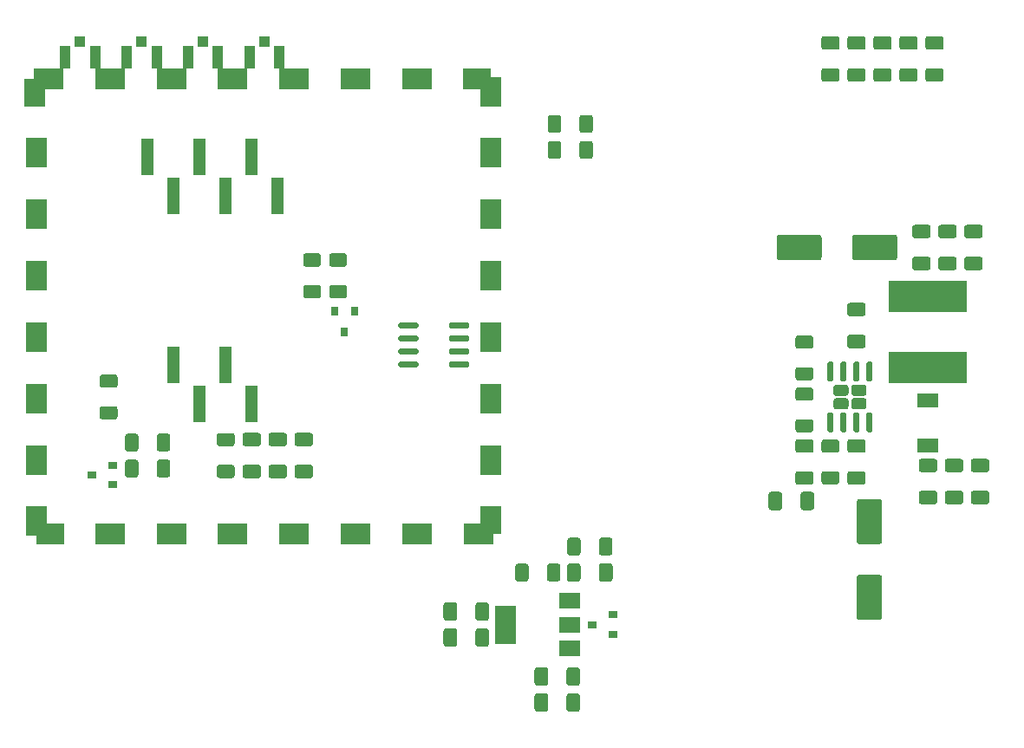
<source format=gbr>
%TF.GenerationSoftware,KiCad,Pcbnew,5.1.8*%
%TF.CreationDate,2020-12-20T23:42:19+01:00*%
%TF.ProjectId,pcb_module_hx711,7063625f-6d6f-4647-956c-655f68783731,rev?*%
%TF.SameCoordinates,Original*%
%TF.FileFunction,Paste,Bot*%
%TF.FilePolarity,Positive*%
%FSLAX46Y46*%
G04 Gerber Fmt 4.6, Leading zero omitted, Abs format (unit mm)*
G04 Created by KiCad (PCBNEW 5.1.8) date 2020-12-20 23:42:19*
%MOMM*%
%LPD*%
G01*
G04 APERTURE LIST*
%ADD10R,7.700000X3.100000*%
%ADD11R,2.100000X1.400000*%
%ADD12R,3.000000X2.000000*%
%ADD13R,2.690000X2.000000*%
%ADD14R,2.000000X3.000000*%
%ADD15R,2.000000X2.690000*%
%ADD16R,1.300000X3.600000*%
%ADD17R,0.900000X0.800000*%
%ADD18R,1.050000X2.200000*%
%ADD19R,1.000000X1.050000*%
%ADD20R,0.800000X0.900000*%
%ADD21R,2.000000X3.800000*%
%ADD22R,2.000000X1.500000*%
G04 APERTURE END LIST*
%TO.C,C30*%
G36*
G01*
X126273841Y-133450209D02*
X128273841Y-133450209D01*
G75*
G02*
X128523841Y-133700209I0J-250000D01*
G01*
X128523841Y-137600209D01*
G75*
G02*
X128273841Y-137850209I-250000J0D01*
G01*
X126273841Y-137850209D01*
G75*
G02*
X126023841Y-137600209I0J250000D01*
G01*
X126023841Y-133700209D01*
G75*
G02*
X126273841Y-133450209I250000J0D01*
G01*
G37*
G36*
G01*
X126273841Y-126050209D02*
X128273841Y-126050209D01*
G75*
G02*
X128523841Y-126300209I0J-250000D01*
G01*
X128523841Y-130200209D01*
G75*
G02*
X128273841Y-130450209I-250000J0D01*
G01*
X126273841Y-130450209D01*
G75*
G02*
X126023841Y-130200209I0J250000D01*
G01*
X126023841Y-126300209D01*
G75*
G02*
X126273841Y-126050209I250000J0D01*
G01*
G37*
%TD*%
%TO.C,C29*%
G36*
G01*
X122598841Y-100470209D02*
X122598841Y-102470209D01*
G75*
G02*
X122348841Y-102720209I-250000J0D01*
G01*
X118448841Y-102720209D01*
G75*
G02*
X118198841Y-102470209I0J250000D01*
G01*
X118198841Y-100470209D01*
G75*
G02*
X118448841Y-100220209I250000J0D01*
G01*
X122348841Y-100220209D01*
G75*
G02*
X122598841Y-100470209I0J-250000D01*
G01*
G37*
G36*
G01*
X129998841Y-100470209D02*
X129998841Y-102470209D01*
G75*
G02*
X129748841Y-102720209I-250000J0D01*
G01*
X125848841Y-102720209D01*
G75*
G02*
X125598841Y-102470209I0J250000D01*
G01*
X125598841Y-100470209D01*
G75*
G02*
X125848841Y-100220209I250000J0D01*
G01*
X129748841Y-100220209D01*
G75*
G02*
X129998841Y-100470209I0J-250000D01*
G01*
G37*
%TD*%
%TO.C,U4*%
G36*
G01*
X124978841Y-115970209D02*
X124008841Y-115970209D01*
G75*
G02*
X123758841Y-115720209I0J250000D01*
G01*
X123758841Y-115120209D01*
G75*
G02*
X124008841Y-114870209I250000J0D01*
G01*
X124978841Y-114870209D01*
G75*
G02*
X125228841Y-115120209I0J-250000D01*
G01*
X125228841Y-115720209D01*
G75*
G02*
X124978841Y-115970209I-250000J0D01*
G01*
G37*
G36*
G01*
X126728841Y-115970209D02*
X125758841Y-115970209D01*
G75*
G02*
X125508841Y-115720209I0J250000D01*
G01*
X125508841Y-115120209D01*
G75*
G02*
X125758841Y-114870209I250000J0D01*
G01*
X126728841Y-114870209D01*
G75*
G02*
X126978841Y-115120209I0J-250000D01*
G01*
X126978841Y-115720209D01*
G75*
G02*
X126728841Y-115970209I-250000J0D01*
G01*
G37*
G36*
G01*
X124978841Y-117280209D02*
X124008841Y-117280209D01*
G75*
G02*
X123758841Y-117030209I0J250000D01*
G01*
X123758841Y-116430209D01*
G75*
G02*
X124008841Y-116180209I250000J0D01*
G01*
X124978841Y-116180209D01*
G75*
G02*
X125228841Y-116430209I0J-250000D01*
G01*
X125228841Y-117030209D01*
G75*
G02*
X124978841Y-117280209I-250000J0D01*
G01*
G37*
G36*
G01*
X126728841Y-117280209D02*
X125758841Y-117280209D01*
G75*
G02*
X125508841Y-117030209I0J250000D01*
G01*
X125508841Y-116430209D01*
G75*
G02*
X125758841Y-116180209I250000J0D01*
G01*
X126728841Y-116180209D01*
G75*
G02*
X126978841Y-116430209I0J-250000D01*
G01*
X126978841Y-117030209D01*
G75*
G02*
X126728841Y-117280209I-250000J0D01*
G01*
G37*
G36*
G01*
X127423841Y-114565209D02*
X127123841Y-114565209D01*
G75*
G02*
X126973841Y-114415209I0J150000D01*
G01*
X126973841Y-112775209D01*
G75*
G02*
X127123841Y-112625209I150000J0D01*
G01*
X127423841Y-112625209D01*
G75*
G02*
X127573841Y-112775209I0J-150000D01*
G01*
X127573841Y-114415209D01*
G75*
G02*
X127423841Y-114565209I-150000J0D01*
G01*
G37*
G36*
G01*
X126153841Y-114565209D02*
X125853841Y-114565209D01*
G75*
G02*
X125703841Y-114415209I0J150000D01*
G01*
X125703841Y-112775209D01*
G75*
G02*
X125853841Y-112625209I150000J0D01*
G01*
X126153841Y-112625209D01*
G75*
G02*
X126303841Y-112775209I0J-150000D01*
G01*
X126303841Y-114415209D01*
G75*
G02*
X126153841Y-114565209I-150000J0D01*
G01*
G37*
G36*
G01*
X124883841Y-114565209D02*
X124583841Y-114565209D01*
G75*
G02*
X124433841Y-114415209I0J150000D01*
G01*
X124433841Y-112775209D01*
G75*
G02*
X124583841Y-112625209I150000J0D01*
G01*
X124883841Y-112625209D01*
G75*
G02*
X125033841Y-112775209I0J-150000D01*
G01*
X125033841Y-114415209D01*
G75*
G02*
X124883841Y-114565209I-150000J0D01*
G01*
G37*
G36*
G01*
X123613841Y-114565209D02*
X123313841Y-114565209D01*
G75*
G02*
X123163841Y-114415209I0J150000D01*
G01*
X123163841Y-112775209D01*
G75*
G02*
X123313841Y-112625209I150000J0D01*
G01*
X123613841Y-112625209D01*
G75*
G02*
X123763841Y-112775209I0J-150000D01*
G01*
X123763841Y-114415209D01*
G75*
G02*
X123613841Y-114565209I-150000J0D01*
G01*
G37*
G36*
G01*
X123613841Y-119525209D02*
X123313841Y-119525209D01*
G75*
G02*
X123163841Y-119375209I0J150000D01*
G01*
X123163841Y-117735209D01*
G75*
G02*
X123313841Y-117585209I150000J0D01*
G01*
X123613841Y-117585209D01*
G75*
G02*
X123763841Y-117735209I0J-150000D01*
G01*
X123763841Y-119375209D01*
G75*
G02*
X123613841Y-119525209I-150000J0D01*
G01*
G37*
G36*
G01*
X124883841Y-119525209D02*
X124583841Y-119525209D01*
G75*
G02*
X124433841Y-119375209I0J150000D01*
G01*
X124433841Y-117735209D01*
G75*
G02*
X124583841Y-117585209I150000J0D01*
G01*
X124883841Y-117585209D01*
G75*
G02*
X125033841Y-117735209I0J-150000D01*
G01*
X125033841Y-119375209D01*
G75*
G02*
X124883841Y-119525209I-150000J0D01*
G01*
G37*
G36*
G01*
X126153841Y-119525209D02*
X125853841Y-119525209D01*
G75*
G02*
X125703841Y-119375209I0J150000D01*
G01*
X125703841Y-117735209D01*
G75*
G02*
X125853841Y-117585209I150000J0D01*
G01*
X126153841Y-117585209D01*
G75*
G02*
X126303841Y-117735209I0J-150000D01*
G01*
X126303841Y-119375209D01*
G75*
G02*
X126153841Y-119525209I-150000J0D01*
G01*
G37*
G36*
G01*
X127423841Y-119525209D02*
X127123841Y-119525209D01*
G75*
G02*
X126973841Y-119375209I0J150000D01*
G01*
X126973841Y-117735209D01*
G75*
G02*
X127123841Y-117585209I150000J0D01*
G01*
X127423841Y-117585209D01*
G75*
G02*
X127573841Y-117735209I0J-150000D01*
G01*
X127573841Y-119375209D01*
G75*
G02*
X127423841Y-119525209I-150000J0D01*
G01*
G37*
%TD*%
D10*
%TO.C,L1*%
X132988841Y-113175209D03*
X132988841Y-106275209D03*
%TD*%
%TO.C,C1*%
G36*
G01*
X132973840Y-83955209D02*
X134273842Y-83955209D01*
G75*
G02*
X134523841Y-84205208I0J-249999D01*
G01*
X134523841Y-85030210D01*
G75*
G02*
X134273842Y-85280209I-249999J0D01*
G01*
X132973840Y-85280209D01*
G75*
G02*
X132723841Y-85030210I0J249999D01*
G01*
X132723841Y-84205208D01*
G75*
G02*
X132973840Y-83955209I249999J0D01*
G01*
G37*
G36*
G01*
X132973840Y-80830209D02*
X134273842Y-80830209D01*
G75*
G02*
X134523841Y-81080208I0J-249999D01*
G01*
X134523841Y-81905210D01*
G75*
G02*
X134273842Y-82155209I-249999J0D01*
G01*
X132973840Y-82155209D01*
G75*
G02*
X132723841Y-81905210I0J249999D01*
G01*
X132723841Y-81080208D01*
G75*
G02*
X132973840Y-80830209I249999J0D01*
G01*
G37*
%TD*%
%TO.C,R10*%
G36*
G01*
X121548841Y-111365209D02*
X120298841Y-111365209D01*
G75*
G02*
X120048841Y-111115209I0J250000D01*
G01*
X120048841Y-110315209D01*
G75*
G02*
X120298841Y-110065209I250000J0D01*
G01*
X121548841Y-110065209D01*
G75*
G02*
X121798841Y-110315209I0J-250000D01*
G01*
X121798841Y-111115209D01*
G75*
G02*
X121548841Y-111365209I-250000J0D01*
G01*
G37*
G36*
G01*
X121548841Y-114465209D02*
X120298841Y-114465209D01*
G75*
G02*
X120048841Y-114215209I0J250000D01*
G01*
X120048841Y-113415209D01*
G75*
G02*
X120298841Y-113165209I250000J0D01*
G01*
X121548841Y-113165209D01*
G75*
G02*
X121798841Y-113415209I0J-250000D01*
G01*
X121798841Y-114215209D01*
G75*
G02*
X121548841Y-114465209I-250000J0D01*
G01*
G37*
%TD*%
%TO.C,R9*%
G36*
G01*
X121548841Y-116445209D02*
X120298841Y-116445209D01*
G75*
G02*
X120048841Y-116195209I0J250000D01*
G01*
X120048841Y-115395209D01*
G75*
G02*
X120298841Y-115145209I250000J0D01*
G01*
X121548841Y-115145209D01*
G75*
G02*
X121798841Y-115395209I0J-250000D01*
G01*
X121798841Y-116195209D01*
G75*
G02*
X121548841Y-116445209I-250000J0D01*
G01*
G37*
G36*
G01*
X121548841Y-119545209D02*
X120298841Y-119545209D01*
G75*
G02*
X120048841Y-119295209I0J250000D01*
G01*
X120048841Y-118495209D01*
G75*
G02*
X120298841Y-118245209I250000J0D01*
G01*
X121548841Y-118245209D01*
G75*
G02*
X121798841Y-118495209I0J-250000D01*
G01*
X121798841Y-119295209D01*
G75*
G02*
X121548841Y-119545209I-250000J0D01*
G01*
G37*
%TD*%
%TO.C,R1*%
G36*
G01*
X122838841Y-123325209D02*
X124088841Y-123325209D01*
G75*
G02*
X124338841Y-123575209I0J-250000D01*
G01*
X124338841Y-124375209D01*
G75*
G02*
X124088841Y-124625209I-250000J0D01*
G01*
X122838841Y-124625209D01*
G75*
G02*
X122588841Y-124375209I0J250000D01*
G01*
X122588841Y-123575209D01*
G75*
G02*
X122838841Y-123325209I250000J0D01*
G01*
G37*
G36*
G01*
X122838841Y-120225209D02*
X124088841Y-120225209D01*
G75*
G02*
X124338841Y-120475209I0J-250000D01*
G01*
X124338841Y-121275209D01*
G75*
G02*
X124088841Y-121525209I-250000J0D01*
G01*
X122838841Y-121525209D01*
G75*
G02*
X122588841Y-121275209I0J250000D01*
G01*
X122588841Y-120475209D01*
G75*
G02*
X122838841Y-120225209I250000J0D01*
G01*
G37*
%TD*%
D11*
%TO.C,D1*%
X132988841Y-116415209D03*
X132988841Y-120815209D03*
%TD*%
%TO.C,C25*%
G36*
G01*
X137418840Y-125230209D02*
X138718842Y-125230209D01*
G75*
G02*
X138968841Y-125480208I0J-249999D01*
G01*
X138968841Y-126305210D01*
G75*
G02*
X138718842Y-126555209I-249999J0D01*
G01*
X137418840Y-126555209D01*
G75*
G02*
X137168841Y-126305210I0J249999D01*
G01*
X137168841Y-125480208D01*
G75*
G02*
X137418840Y-125230209I249999J0D01*
G01*
G37*
G36*
G01*
X137418840Y-122105209D02*
X138718842Y-122105209D01*
G75*
G02*
X138968841Y-122355208I0J-249999D01*
G01*
X138968841Y-123180210D01*
G75*
G02*
X138718842Y-123430209I-249999J0D01*
G01*
X137418840Y-123430209D01*
G75*
G02*
X137168841Y-123180210I0J249999D01*
G01*
X137168841Y-122355208D01*
G75*
G02*
X137418840Y-122105209I249999J0D01*
G01*
G37*
%TD*%
%TO.C,C23*%
G36*
G01*
X132338840Y-125230209D02*
X133638842Y-125230209D01*
G75*
G02*
X133888841Y-125480208I0J-249999D01*
G01*
X133888841Y-126305210D01*
G75*
G02*
X133638842Y-126555209I-249999J0D01*
G01*
X132338840Y-126555209D01*
G75*
G02*
X132088841Y-126305210I0J249999D01*
G01*
X132088841Y-125480208D01*
G75*
G02*
X132338840Y-125230209I249999J0D01*
G01*
G37*
G36*
G01*
X132338840Y-122105209D02*
X133638842Y-122105209D01*
G75*
G02*
X133888841Y-122355208I0J-249999D01*
G01*
X133888841Y-123180210D01*
G75*
G02*
X133638842Y-123430209I-249999J0D01*
G01*
X132338840Y-123430209D01*
G75*
G02*
X132088841Y-123180210I0J249999D01*
G01*
X132088841Y-122355208D01*
G75*
G02*
X132338840Y-122105209I249999J0D01*
G01*
G37*
%TD*%
%TO.C,C21*%
G36*
G01*
X134878840Y-125230209D02*
X136178842Y-125230209D01*
G75*
G02*
X136428841Y-125480208I0J-249999D01*
G01*
X136428841Y-126305210D01*
G75*
G02*
X136178842Y-126555209I-249999J0D01*
G01*
X134878840Y-126555209D01*
G75*
G02*
X134628841Y-126305210I0J249999D01*
G01*
X134628841Y-125480208D01*
G75*
G02*
X134878840Y-125230209I249999J0D01*
G01*
G37*
G36*
G01*
X134878840Y-122105209D02*
X136178842Y-122105209D01*
G75*
G02*
X136428841Y-122355208I0J-249999D01*
G01*
X136428841Y-123180210D01*
G75*
G02*
X136178842Y-123430209I-249999J0D01*
G01*
X134878840Y-123430209D01*
G75*
G02*
X134628841Y-123180210I0J249999D01*
G01*
X134628841Y-122355208D01*
G75*
G02*
X134878840Y-122105209I249999J0D01*
G01*
G37*
%TD*%
%TO.C,C20*%
G36*
G01*
X126653842Y-108190209D02*
X125353840Y-108190209D01*
G75*
G02*
X125103841Y-107940210I0J249999D01*
G01*
X125103841Y-107115208D01*
G75*
G02*
X125353840Y-106865209I249999J0D01*
G01*
X126653842Y-106865209D01*
G75*
G02*
X126903841Y-107115208I0J-249999D01*
G01*
X126903841Y-107940210D01*
G75*
G02*
X126653842Y-108190209I-249999J0D01*
G01*
G37*
G36*
G01*
X126653842Y-111315209D02*
X125353840Y-111315209D01*
G75*
G02*
X125103841Y-111065210I0J249999D01*
G01*
X125103841Y-110240208D01*
G75*
G02*
X125353840Y-109990209I249999J0D01*
G01*
X126653842Y-109990209D01*
G75*
G02*
X126903841Y-110240208I0J-249999D01*
G01*
X126903841Y-111065210D01*
G75*
G02*
X126653842Y-111315209I-249999J0D01*
G01*
G37*
%TD*%
%TO.C,C17*%
G36*
G01*
X120273840Y-123325209D02*
X121573842Y-123325209D01*
G75*
G02*
X121823841Y-123575208I0J-249999D01*
G01*
X121823841Y-124400210D01*
G75*
G02*
X121573842Y-124650209I-249999J0D01*
G01*
X120273840Y-124650209D01*
G75*
G02*
X120023841Y-124400210I0J249999D01*
G01*
X120023841Y-123575208D01*
G75*
G02*
X120273840Y-123325209I249999J0D01*
G01*
G37*
G36*
G01*
X120273840Y-120200209D02*
X121573842Y-120200209D01*
G75*
G02*
X121823841Y-120450208I0J-249999D01*
G01*
X121823841Y-121275210D01*
G75*
G02*
X121573842Y-121525209I-249999J0D01*
G01*
X120273840Y-121525209D01*
G75*
G02*
X120023841Y-121275210I0J249999D01*
G01*
X120023841Y-120450208D01*
G75*
G02*
X120273840Y-120200209I249999J0D01*
G01*
G37*
%TD*%
%TO.C,C16*%
G36*
G01*
X125353840Y-123325209D02*
X126653842Y-123325209D01*
G75*
G02*
X126903841Y-123575208I0J-249999D01*
G01*
X126903841Y-124400210D01*
G75*
G02*
X126653842Y-124650209I-249999J0D01*
G01*
X125353840Y-124650209D01*
G75*
G02*
X125103841Y-124400210I0J249999D01*
G01*
X125103841Y-123575208D01*
G75*
G02*
X125353840Y-123325209I249999J0D01*
G01*
G37*
G36*
G01*
X125353840Y-120200209D02*
X126653842Y-120200209D01*
G75*
G02*
X126903841Y-120450208I0J-249999D01*
G01*
X126903841Y-121275210D01*
G75*
G02*
X126653842Y-121525209I-249999J0D01*
G01*
X125353840Y-121525209D01*
G75*
G02*
X125103841Y-121275210I0J249999D01*
G01*
X125103841Y-120450208D01*
G75*
G02*
X125353840Y-120200209I249999J0D01*
G01*
G37*
%TD*%
%TO.C,C15*%
G36*
G01*
X138083842Y-100570209D02*
X136783840Y-100570209D01*
G75*
G02*
X136533841Y-100320210I0J249999D01*
G01*
X136533841Y-99495208D01*
G75*
G02*
X136783840Y-99245209I249999J0D01*
G01*
X138083842Y-99245209D01*
G75*
G02*
X138333841Y-99495208I0J-249999D01*
G01*
X138333841Y-100320210D01*
G75*
G02*
X138083842Y-100570209I-249999J0D01*
G01*
G37*
G36*
G01*
X138083842Y-103695209D02*
X136783840Y-103695209D01*
G75*
G02*
X136533841Y-103445210I0J249999D01*
G01*
X136533841Y-102620208D01*
G75*
G02*
X136783840Y-102370209I249999J0D01*
G01*
X138083842Y-102370209D01*
G75*
G02*
X138333841Y-102620208I0J-249999D01*
G01*
X138333841Y-103445210D01*
G75*
G02*
X138083842Y-103695209I-249999J0D01*
G01*
G37*
%TD*%
%TO.C,C13*%
G36*
G01*
X118753841Y-125585208D02*
X118753841Y-126885210D01*
G75*
G02*
X118503842Y-127135209I-249999J0D01*
G01*
X117678840Y-127135209D01*
G75*
G02*
X117428841Y-126885210I0J249999D01*
G01*
X117428841Y-125585208D01*
G75*
G02*
X117678840Y-125335209I249999J0D01*
G01*
X118503842Y-125335209D01*
G75*
G02*
X118753841Y-125585208I0J-249999D01*
G01*
G37*
G36*
G01*
X121878841Y-125585208D02*
X121878841Y-126885210D01*
G75*
G02*
X121628842Y-127135209I-249999J0D01*
G01*
X120803840Y-127135209D01*
G75*
G02*
X120553841Y-126885210I0J249999D01*
G01*
X120553841Y-125585208D01*
G75*
G02*
X120803840Y-125335209I249999J0D01*
G01*
X121628842Y-125335209D01*
G75*
G02*
X121878841Y-125585208I0J-249999D01*
G01*
G37*
%TD*%
%TO.C,C12*%
G36*
G01*
X133003842Y-100570209D02*
X131703840Y-100570209D01*
G75*
G02*
X131453841Y-100320210I0J249999D01*
G01*
X131453841Y-99495208D01*
G75*
G02*
X131703840Y-99245209I249999J0D01*
G01*
X133003842Y-99245209D01*
G75*
G02*
X133253841Y-99495208I0J-249999D01*
G01*
X133253841Y-100320210D01*
G75*
G02*
X133003842Y-100570209I-249999J0D01*
G01*
G37*
G36*
G01*
X133003842Y-103695209D02*
X131703840Y-103695209D01*
G75*
G02*
X131453841Y-103445210I0J249999D01*
G01*
X131453841Y-102620208D01*
G75*
G02*
X131703840Y-102370209I249999J0D01*
G01*
X133003842Y-102370209D01*
G75*
G02*
X133253841Y-102620208I0J-249999D01*
G01*
X133253841Y-103445210D01*
G75*
G02*
X133003842Y-103695209I-249999J0D01*
G01*
G37*
%TD*%
%TO.C,C11*%
G36*
G01*
X135543842Y-100570209D02*
X134243840Y-100570209D01*
G75*
G02*
X133993841Y-100320210I0J249999D01*
G01*
X133993841Y-99495208D01*
G75*
G02*
X134243840Y-99245209I249999J0D01*
G01*
X135543842Y-99245209D01*
G75*
G02*
X135793841Y-99495208I0J-249999D01*
G01*
X135793841Y-100320210D01*
G75*
G02*
X135543842Y-100570209I-249999J0D01*
G01*
G37*
G36*
G01*
X135543842Y-103695209D02*
X134243840Y-103695209D01*
G75*
G02*
X133993841Y-103445210I0J249999D01*
G01*
X133993841Y-102620208D01*
G75*
G02*
X134243840Y-102370209I249999J0D01*
G01*
X135543842Y-102370209D01*
G75*
G02*
X135793841Y-102620208I0J-249999D01*
G01*
X135793841Y-103445210D01*
G75*
G02*
X135543842Y-103695209I-249999J0D01*
G01*
G37*
%TD*%
%TO.C,C5*%
G36*
G01*
X122813840Y-83955209D02*
X124113842Y-83955209D01*
G75*
G02*
X124363841Y-84205208I0J-249999D01*
G01*
X124363841Y-85030210D01*
G75*
G02*
X124113842Y-85280209I-249999J0D01*
G01*
X122813840Y-85280209D01*
G75*
G02*
X122563841Y-85030210I0J249999D01*
G01*
X122563841Y-84205208D01*
G75*
G02*
X122813840Y-83955209I249999J0D01*
G01*
G37*
G36*
G01*
X122813840Y-80830209D02*
X124113842Y-80830209D01*
G75*
G02*
X124363841Y-81080208I0J-249999D01*
G01*
X124363841Y-81905210D01*
G75*
G02*
X124113842Y-82155209I-249999J0D01*
G01*
X122813840Y-82155209D01*
G75*
G02*
X122563841Y-81905210I0J249999D01*
G01*
X122563841Y-81080208D01*
G75*
G02*
X122813840Y-80830209I249999J0D01*
G01*
G37*
%TD*%
%TO.C,C4*%
G36*
G01*
X125353840Y-83955209D02*
X126653842Y-83955209D01*
G75*
G02*
X126903841Y-84205208I0J-249999D01*
G01*
X126903841Y-85030210D01*
G75*
G02*
X126653842Y-85280209I-249999J0D01*
G01*
X125353840Y-85280209D01*
G75*
G02*
X125103841Y-85030210I0J249999D01*
G01*
X125103841Y-84205208D01*
G75*
G02*
X125353840Y-83955209I249999J0D01*
G01*
G37*
G36*
G01*
X125353840Y-80830209D02*
X126653842Y-80830209D01*
G75*
G02*
X126903841Y-81080208I0J-249999D01*
G01*
X126903841Y-81905210D01*
G75*
G02*
X126653842Y-82155209I-249999J0D01*
G01*
X125353840Y-82155209D01*
G75*
G02*
X125103841Y-81905210I0J249999D01*
G01*
X125103841Y-81080208D01*
G75*
G02*
X125353840Y-80830209I249999J0D01*
G01*
G37*
%TD*%
%TO.C,C3*%
G36*
G01*
X127893840Y-83955209D02*
X129193842Y-83955209D01*
G75*
G02*
X129443841Y-84205208I0J-249999D01*
G01*
X129443841Y-85030210D01*
G75*
G02*
X129193842Y-85280209I-249999J0D01*
G01*
X127893840Y-85280209D01*
G75*
G02*
X127643841Y-85030210I0J249999D01*
G01*
X127643841Y-84205208D01*
G75*
G02*
X127893840Y-83955209I249999J0D01*
G01*
G37*
G36*
G01*
X127893840Y-80830209D02*
X129193842Y-80830209D01*
G75*
G02*
X129443841Y-81080208I0J-249999D01*
G01*
X129443841Y-81905210D01*
G75*
G02*
X129193842Y-82155209I-249999J0D01*
G01*
X127893840Y-82155209D01*
G75*
G02*
X127643841Y-81905210I0J249999D01*
G01*
X127643841Y-81080208D01*
G75*
G02*
X127893840Y-80830209I249999J0D01*
G01*
G37*
%TD*%
D12*
%TO.C,J5*%
X83098841Y-129410209D03*
X65108841Y-129410209D03*
X53108841Y-129410209D03*
X71098841Y-129410209D03*
X59108841Y-129410209D03*
D13*
X47263841Y-129410209D03*
D12*
X77098841Y-129410209D03*
X89098841Y-129410209D03*
D14*
X90288841Y-122220209D03*
X90288841Y-104230209D03*
D15*
X90288841Y-128065209D03*
D14*
X90288841Y-98230209D03*
X90288841Y-116220209D03*
X90288841Y-86230209D03*
X90288841Y-92230209D03*
X90288841Y-110220209D03*
D12*
X47108841Y-85040209D03*
D13*
X88943841Y-85040209D03*
D12*
X53108841Y-85040209D03*
X65108841Y-85040209D03*
X83098841Y-85040209D03*
X77098841Y-85040209D03*
X71098841Y-85040209D03*
X59108841Y-85040209D03*
D14*
X45918841Y-128220209D03*
X45918841Y-122220209D03*
X45918841Y-110220209D03*
X45918841Y-116220209D03*
X45918841Y-104230209D03*
X45918841Y-98230209D03*
X45918841Y-92230209D03*
D15*
X45758841Y-86385209D03*
%TD*%
D16*
%TO.C,U3*%
X59328841Y-112900209D03*
X61868841Y-116710209D03*
X64408841Y-112900209D03*
X66948841Y-116710209D03*
X66948841Y-92580209D03*
X64408841Y-96390209D03*
X69488841Y-96390209D03*
X61868841Y-92580209D03*
X59328841Y-96390209D03*
X56788841Y-92580209D03*
%TD*%
%TO.C,C2*%
G36*
G01*
X130433840Y-80830209D02*
X131733842Y-80830209D01*
G75*
G02*
X131983841Y-81080208I0J-249999D01*
G01*
X131983841Y-81905210D01*
G75*
G02*
X131733842Y-82155209I-249999J0D01*
G01*
X130433840Y-82155209D01*
G75*
G02*
X130183841Y-81905210I0J249999D01*
G01*
X130183841Y-81080208D01*
G75*
G02*
X130433840Y-80830209I249999J0D01*
G01*
G37*
G36*
G01*
X130433840Y-83955209D02*
X131733842Y-83955209D01*
G75*
G02*
X131983841Y-84205208I0J-249999D01*
G01*
X131983841Y-85030210D01*
G75*
G02*
X131733842Y-85280209I-249999J0D01*
G01*
X130433840Y-85280209D01*
G75*
G02*
X130183841Y-85030210I0J249999D01*
G01*
X130183841Y-84205208D01*
G75*
G02*
X130433840Y-83955209I249999J0D01*
G01*
G37*
%TD*%
%TO.C,C22*%
G36*
G01*
X99018841Y-145270208D02*
X99018841Y-146570210D01*
G75*
G02*
X98768842Y-146820209I-249999J0D01*
G01*
X97943840Y-146820209D01*
G75*
G02*
X97693841Y-146570210I0J249999D01*
G01*
X97693841Y-145270208D01*
G75*
G02*
X97943840Y-145020209I249999J0D01*
G01*
X98768842Y-145020209D01*
G75*
G02*
X99018841Y-145270208I0J-249999D01*
G01*
G37*
G36*
G01*
X95893841Y-145270208D02*
X95893841Y-146570210D01*
G75*
G02*
X95643842Y-146820209I-249999J0D01*
G01*
X94818840Y-146820209D01*
G75*
G02*
X94568841Y-146570210I0J249999D01*
G01*
X94568841Y-145270208D01*
G75*
G02*
X94818840Y-145020209I249999J0D01*
G01*
X95643842Y-145020209D01*
G75*
G02*
X95893841Y-145270208I0J-249999D01*
G01*
G37*
%TD*%
%TO.C,C14*%
G36*
G01*
X68838840Y-122690209D02*
X70138842Y-122690209D01*
G75*
G02*
X70388841Y-122940208I0J-249999D01*
G01*
X70388841Y-123765210D01*
G75*
G02*
X70138842Y-124015209I-249999J0D01*
G01*
X68838840Y-124015209D01*
G75*
G02*
X68588841Y-123765210I0J249999D01*
G01*
X68588841Y-122940208D01*
G75*
G02*
X68838840Y-122690209I249999J0D01*
G01*
G37*
G36*
G01*
X68838840Y-119565209D02*
X70138842Y-119565209D01*
G75*
G02*
X70388841Y-119815208I0J-249999D01*
G01*
X70388841Y-120640210D01*
G75*
G02*
X70138842Y-120890209I-249999J0D01*
G01*
X68838840Y-120890209D01*
G75*
G02*
X68588841Y-120640210I0J249999D01*
G01*
X68588841Y-119815208D01*
G75*
G02*
X68838840Y-119565209I249999J0D01*
G01*
G37*
%TD*%
%TO.C,C24*%
G36*
G01*
X95893841Y-142730208D02*
X95893841Y-144030210D01*
G75*
G02*
X95643842Y-144280209I-249999J0D01*
G01*
X94818840Y-144280209D01*
G75*
G02*
X94568841Y-144030210I0J249999D01*
G01*
X94568841Y-142730208D01*
G75*
G02*
X94818840Y-142480209I249999J0D01*
G01*
X95643842Y-142480209D01*
G75*
G02*
X95893841Y-142730208I0J-249999D01*
G01*
G37*
G36*
G01*
X99018841Y-142730208D02*
X99018841Y-144030210D01*
G75*
G02*
X98768842Y-144280209I-249999J0D01*
G01*
X97943840Y-144280209D01*
G75*
G02*
X97693841Y-144030210I0J249999D01*
G01*
X97693841Y-142730208D01*
G75*
G02*
X97943840Y-142480209I249999J0D01*
G01*
X98768842Y-142480209D01*
G75*
G02*
X99018841Y-142730208I0J-249999D01*
G01*
G37*
%TD*%
%TO.C,C18*%
G36*
G01*
X66298840Y-119565209D02*
X67598842Y-119565209D01*
G75*
G02*
X67848841Y-119815208I0J-249999D01*
G01*
X67848841Y-120640210D01*
G75*
G02*
X67598842Y-120890209I-249999J0D01*
G01*
X66298840Y-120890209D01*
G75*
G02*
X66048841Y-120640210I0J249999D01*
G01*
X66048841Y-119815208D01*
G75*
G02*
X66298840Y-119565209I249999J0D01*
G01*
G37*
G36*
G01*
X66298840Y-122690209D02*
X67598842Y-122690209D01*
G75*
G02*
X67848841Y-122940208I0J-249999D01*
G01*
X67848841Y-123765210D01*
G75*
G02*
X67598842Y-124015209I-249999J0D01*
G01*
X66298840Y-124015209D01*
G75*
G02*
X66048841Y-123765210I0J249999D01*
G01*
X66048841Y-122940208D01*
G75*
G02*
X66298840Y-122690209I249999J0D01*
G01*
G37*
%TD*%
%TO.C,C26*%
G36*
G01*
X97743841Y-133870210D02*
X97743841Y-132570208D01*
G75*
G02*
X97993840Y-132320209I249999J0D01*
G01*
X98818842Y-132320209D01*
G75*
G02*
X99068841Y-132570208I0J-249999D01*
G01*
X99068841Y-133870210D01*
G75*
G02*
X98818842Y-134120209I-249999J0D01*
G01*
X97993840Y-134120209D01*
G75*
G02*
X97743841Y-133870210I0J249999D01*
G01*
G37*
G36*
G01*
X100868841Y-133870210D02*
X100868841Y-132570208D01*
G75*
G02*
X101118840Y-132320209I249999J0D01*
G01*
X101943842Y-132320209D01*
G75*
G02*
X102193841Y-132570208I0J-249999D01*
G01*
X102193841Y-133870210D01*
G75*
G02*
X101943842Y-134120209I-249999J0D01*
G01*
X101118840Y-134120209D01*
G75*
G02*
X100868841Y-133870210I0J249999D01*
G01*
G37*
%TD*%
%TO.C,C19*%
G36*
G01*
X71378840Y-122690209D02*
X72678842Y-122690209D01*
G75*
G02*
X72928841Y-122940208I0J-249999D01*
G01*
X72928841Y-123765210D01*
G75*
G02*
X72678842Y-124015209I-249999J0D01*
G01*
X71378840Y-124015209D01*
G75*
G02*
X71128841Y-123765210I0J249999D01*
G01*
X71128841Y-122940208D01*
G75*
G02*
X71378840Y-122690209I249999J0D01*
G01*
G37*
G36*
G01*
X71378840Y-119565209D02*
X72678842Y-119565209D01*
G75*
G02*
X72928841Y-119815208I0J-249999D01*
G01*
X72928841Y-120640210D01*
G75*
G02*
X72678842Y-120890209I-249999J0D01*
G01*
X71378840Y-120890209D01*
G75*
G02*
X71128841Y-120640210I0J249999D01*
G01*
X71128841Y-119815208D01*
G75*
G02*
X71378840Y-119565209I249999J0D01*
G01*
G37*
%TD*%
%TO.C,C27*%
G36*
G01*
X87003841Y-138920208D02*
X87003841Y-140220210D01*
G75*
G02*
X86753842Y-140470209I-249999J0D01*
G01*
X85928840Y-140470209D01*
G75*
G02*
X85678841Y-140220210I0J249999D01*
G01*
X85678841Y-138920208D01*
G75*
G02*
X85928840Y-138670209I249999J0D01*
G01*
X86753842Y-138670209D01*
G75*
G02*
X87003841Y-138920208I0J-249999D01*
G01*
G37*
G36*
G01*
X90128841Y-138920208D02*
X90128841Y-140220210D01*
G75*
G02*
X89878842Y-140470209I-249999J0D01*
G01*
X89053840Y-140470209D01*
G75*
G02*
X88803841Y-140220210I0J249999D01*
G01*
X88803841Y-138920208D01*
G75*
G02*
X89053840Y-138670209I249999J0D01*
G01*
X89878842Y-138670209D01*
G75*
G02*
X90128841Y-138920208I0J-249999D01*
G01*
G37*
%TD*%
%TO.C,C28*%
G36*
G01*
X90128841Y-136380208D02*
X90128841Y-137680210D01*
G75*
G02*
X89878842Y-137930209I-249999J0D01*
G01*
X89053840Y-137930209D01*
G75*
G02*
X88803841Y-137680210I0J249999D01*
G01*
X88803841Y-136380208D01*
G75*
G02*
X89053840Y-136130209I249999J0D01*
G01*
X89878842Y-136130209D01*
G75*
G02*
X90128841Y-136380208I0J-249999D01*
G01*
G37*
G36*
G01*
X87003841Y-136380208D02*
X87003841Y-137680210D01*
G75*
G02*
X86753842Y-137930209I-249999J0D01*
G01*
X85928840Y-137930209D01*
G75*
G02*
X85678841Y-137680210I0J249999D01*
G01*
X85678841Y-136380208D01*
G75*
G02*
X85928840Y-136130209I249999J0D01*
G01*
X86753842Y-136130209D01*
G75*
G02*
X87003841Y-136380208I0J-249999D01*
G01*
G37*
%TD*%
D17*
%TO.C,D2*%
X102238841Y-137350209D03*
X102238841Y-139250209D03*
X100238841Y-138300209D03*
%TD*%
D18*
%TO.C,J1*%
X51668841Y-82870209D03*
D19*
X50193841Y-81345209D03*
D18*
X48718841Y-82870209D03*
%TD*%
%TO.C,J2*%
X54718841Y-82870209D03*
D19*
X56193841Y-81345209D03*
D18*
X57668841Y-82870209D03*
%TD*%
%TO.C,J3*%
X60718841Y-82870209D03*
D19*
X62193841Y-81345209D03*
D18*
X63668841Y-82870209D03*
%TD*%
%TO.C,J4*%
X69668841Y-82870209D03*
D19*
X68193841Y-81345209D03*
D18*
X66718841Y-82870209D03*
%TD*%
D20*
%TO.C,Q1*%
X75068841Y-107685209D03*
X76968841Y-107685209D03*
X76018841Y-109685209D03*
%TD*%
D17*
%TO.C,Q2*%
X51343841Y-123695209D03*
X53343841Y-124645209D03*
X53343841Y-122745209D03*
%TD*%
%TO.C,R2*%
G36*
G01*
X98963841Y-92570209D02*
X98963841Y-91320209D01*
G75*
G02*
X99213841Y-91070209I250000J0D01*
G01*
X100013841Y-91070209D01*
G75*
G02*
X100263841Y-91320209I0J-250000D01*
G01*
X100263841Y-92570209D01*
G75*
G02*
X100013841Y-92820209I-250000J0D01*
G01*
X99213841Y-92820209D01*
G75*
G02*
X98963841Y-92570209I0J250000D01*
G01*
G37*
G36*
G01*
X95863841Y-92570209D02*
X95863841Y-91320209D01*
G75*
G02*
X96113841Y-91070209I250000J0D01*
G01*
X96913841Y-91070209D01*
G75*
G02*
X97163841Y-91320209I0J-250000D01*
G01*
X97163841Y-92570209D01*
G75*
G02*
X96913841Y-92820209I-250000J0D01*
G01*
X96113841Y-92820209D01*
G75*
G02*
X95863841Y-92570209I0J250000D01*
G01*
G37*
%TD*%
%TO.C,R3*%
G36*
G01*
X100263841Y-88780209D02*
X100263841Y-90030209D01*
G75*
G02*
X100013841Y-90280209I-250000J0D01*
G01*
X99213841Y-90280209D01*
G75*
G02*
X98963841Y-90030209I0J250000D01*
G01*
X98963841Y-88780209D01*
G75*
G02*
X99213841Y-88530209I250000J0D01*
G01*
X100013841Y-88530209D01*
G75*
G02*
X100263841Y-88780209I0J-250000D01*
G01*
G37*
G36*
G01*
X97163841Y-88780209D02*
X97163841Y-90030209D01*
G75*
G02*
X96913841Y-90280209I-250000J0D01*
G01*
X96113841Y-90280209D01*
G75*
G02*
X95863841Y-90030209I0J250000D01*
G01*
X95863841Y-88780209D01*
G75*
G02*
X96113841Y-88530209I250000J0D01*
G01*
X96913841Y-88530209D01*
G75*
G02*
X97163841Y-88780209I0J-250000D01*
G01*
G37*
%TD*%
%TO.C,R12*%
G36*
G01*
X95788841Y-133845209D02*
X95788841Y-132595209D01*
G75*
G02*
X96038841Y-132345209I250000J0D01*
G01*
X96838841Y-132345209D01*
G75*
G02*
X97088841Y-132595209I0J-250000D01*
G01*
X97088841Y-133845209D01*
G75*
G02*
X96838841Y-134095209I-250000J0D01*
G01*
X96038841Y-134095209D01*
G75*
G02*
X95788841Y-133845209I0J250000D01*
G01*
G37*
G36*
G01*
X92688841Y-133845209D02*
X92688841Y-132595209D01*
G75*
G02*
X92938841Y-132345209I250000J0D01*
G01*
X93738841Y-132345209D01*
G75*
G02*
X93988841Y-132595209I0J-250000D01*
G01*
X93988841Y-133845209D01*
G75*
G02*
X93738841Y-134095209I-250000J0D01*
G01*
X92938841Y-134095209D01*
G75*
G02*
X92688841Y-133845209I0J250000D01*
G01*
G37*
%TD*%
%TO.C,R13*%
G36*
G01*
X97768841Y-131305209D02*
X97768841Y-130055209D01*
G75*
G02*
X98018841Y-129805209I250000J0D01*
G01*
X98818841Y-129805209D01*
G75*
G02*
X99068841Y-130055209I0J-250000D01*
G01*
X99068841Y-131305209D01*
G75*
G02*
X98818841Y-131555209I-250000J0D01*
G01*
X98018841Y-131555209D01*
G75*
G02*
X97768841Y-131305209I0J250000D01*
G01*
G37*
G36*
G01*
X100868841Y-131305209D02*
X100868841Y-130055209D01*
G75*
G02*
X101118841Y-129805209I250000J0D01*
G01*
X101918841Y-129805209D01*
G75*
G02*
X102168841Y-130055209I0J-250000D01*
G01*
X102168841Y-131305209D01*
G75*
G02*
X101918841Y-131555209I-250000J0D01*
G01*
X101118841Y-131555209D01*
G75*
G02*
X100868841Y-131305209I0J250000D01*
G01*
G37*
%TD*%
%TO.C,R4*%
G36*
G01*
X65033841Y-123990209D02*
X63783841Y-123990209D01*
G75*
G02*
X63533841Y-123740209I0J250000D01*
G01*
X63533841Y-122940209D01*
G75*
G02*
X63783841Y-122690209I250000J0D01*
G01*
X65033841Y-122690209D01*
G75*
G02*
X65283841Y-122940209I0J-250000D01*
G01*
X65283841Y-123740209D01*
G75*
G02*
X65033841Y-123990209I-250000J0D01*
G01*
G37*
G36*
G01*
X65033841Y-120890209D02*
X63783841Y-120890209D01*
G75*
G02*
X63533841Y-120640209I0J250000D01*
G01*
X63533841Y-119840209D01*
G75*
G02*
X63783841Y-119590209I250000J0D01*
G01*
X65033841Y-119590209D01*
G75*
G02*
X65283841Y-119840209I0J-250000D01*
G01*
X65283841Y-120640209D01*
G75*
G02*
X65033841Y-120890209I-250000J0D01*
G01*
G37*
%TD*%
%TO.C,R5*%
G36*
G01*
X73468841Y-106440209D02*
X72218841Y-106440209D01*
G75*
G02*
X71968841Y-106190209I0J250000D01*
G01*
X71968841Y-105390209D01*
G75*
G02*
X72218841Y-105140209I250000J0D01*
G01*
X73468841Y-105140209D01*
G75*
G02*
X73718841Y-105390209I0J-250000D01*
G01*
X73718841Y-106190209D01*
G75*
G02*
X73468841Y-106440209I-250000J0D01*
G01*
G37*
G36*
G01*
X73468841Y-103340209D02*
X72218841Y-103340209D01*
G75*
G02*
X71968841Y-103090209I0J250000D01*
G01*
X71968841Y-102290209D01*
G75*
G02*
X72218841Y-102040209I250000J0D01*
G01*
X73468841Y-102040209D01*
G75*
G02*
X73718841Y-102290209I0J-250000D01*
G01*
X73718841Y-103090209D01*
G75*
G02*
X73468841Y-103340209I-250000J0D01*
G01*
G37*
%TD*%
%TO.C,R7*%
G36*
G01*
X76008841Y-103340209D02*
X74758841Y-103340209D01*
G75*
G02*
X74508841Y-103090209I0J250000D01*
G01*
X74508841Y-102290209D01*
G75*
G02*
X74758841Y-102040209I250000J0D01*
G01*
X76008841Y-102040209D01*
G75*
G02*
X76258841Y-102290209I0J-250000D01*
G01*
X76258841Y-103090209D01*
G75*
G02*
X76008841Y-103340209I-250000J0D01*
G01*
G37*
G36*
G01*
X76008841Y-106440209D02*
X74758841Y-106440209D01*
G75*
G02*
X74508841Y-106190209I0J250000D01*
G01*
X74508841Y-105390209D01*
G75*
G02*
X74758841Y-105140209I250000J0D01*
G01*
X76008841Y-105140209D01*
G75*
G02*
X76258841Y-105390209I0J-250000D01*
G01*
X76258841Y-106190209D01*
G75*
G02*
X76008841Y-106440209I-250000J0D01*
G01*
G37*
%TD*%
%TO.C,R6*%
G36*
G01*
X54588841Y-123685209D02*
X54588841Y-122435209D01*
G75*
G02*
X54838841Y-122185209I250000J0D01*
G01*
X55638841Y-122185209D01*
G75*
G02*
X55888841Y-122435209I0J-250000D01*
G01*
X55888841Y-123685209D01*
G75*
G02*
X55638841Y-123935209I-250000J0D01*
G01*
X54838841Y-123935209D01*
G75*
G02*
X54588841Y-123685209I0J250000D01*
G01*
G37*
G36*
G01*
X57688841Y-123685209D02*
X57688841Y-122435209D01*
G75*
G02*
X57938841Y-122185209I250000J0D01*
G01*
X58738841Y-122185209D01*
G75*
G02*
X58988841Y-122435209I0J-250000D01*
G01*
X58988841Y-123685209D01*
G75*
G02*
X58738841Y-123935209I-250000J0D01*
G01*
X57938841Y-123935209D01*
G75*
G02*
X57688841Y-123685209I0J250000D01*
G01*
G37*
%TD*%
%TO.C,R8*%
G36*
G01*
X57688841Y-121145209D02*
X57688841Y-119895209D01*
G75*
G02*
X57938841Y-119645209I250000J0D01*
G01*
X58738841Y-119645209D01*
G75*
G02*
X58988841Y-119895209I0J-250000D01*
G01*
X58988841Y-121145209D01*
G75*
G02*
X58738841Y-121395209I-250000J0D01*
G01*
X57938841Y-121395209D01*
G75*
G02*
X57688841Y-121145209I0J250000D01*
G01*
G37*
G36*
G01*
X54588841Y-121145209D02*
X54588841Y-119895209D01*
G75*
G02*
X54838841Y-119645209I250000J0D01*
G01*
X55638841Y-119645209D01*
G75*
G02*
X55888841Y-119895209I0J-250000D01*
G01*
X55888841Y-121145209D01*
G75*
G02*
X55638841Y-121395209I-250000J0D01*
G01*
X54838841Y-121395209D01*
G75*
G02*
X54588841Y-121145209I0J250000D01*
G01*
G37*
%TD*%
%TO.C,R11*%
G36*
G01*
X53603841Y-115175209D02*
X52353841Y-115175209D01*
G75*
G02*
X52103841Y-114925209I0J250000D01*
G01*
X52103841Y-114125209D01*
G75*
G02*
X52353841Y-113875209I250000J0D01*
G01*
X53603841Y-113875209D01*
G75*
G02*
X53853841Y-114125209I0J-250000D01*
G01*
X53853841Y-114925209D01*
G75*
G02*
X53603841Y-115175209I-250000J0D01*
G01*
G37*
G36*
G01*
X53603841Y-118275209D02*
X52353841Y-118275209D01*
G75*
G02*
X52103841Y-118025209I0J250000D01*
G01*
X52103841Y-117225209D01*
G75*
G02*
X52353841Y-116975209I250000J0D01*
G01*
X53603841Y-116975209D01*
G75*
G02*
X53853841Y-117225209I0J-250000D01*
G01*
X53853841Y-118025209D01*
G75*
G02*
X53603841Y-118275209I-250000J0D01*
G01*
G37*
%TD*%
%TO.C,U2*%
G36*
G01*
X88178841Y-108940209D02*
X88178841Y-109240209D01*
G75*
G02*
X88028841Y-109390209I-150000J0D01*
G01*
X86378841Y-109390209D01*
G75*
G02*
X86228841Y-109240209I0J150000D01*
G01*
X86228841Y-108940209D01*
G75*
G02*
X86378841Y-108790209I150000J0D01*
G01*
X88028841Y-108790209D01*
G75*
G02*
X88178841Y-108940209I0J-150000D01*
G01*
G37*
G36*
G01*
X88178841Y-110210209D02*
X88178841Y-110510209D01*
G75*
G02*
X88028841Y-110660209I-150000J0D01*
G01*
X86378841Y-110660209D01*
G75*
G02*
X86228841Y-110510209I0J150000D01*
G01*
X86228841Y-110210209D01*
G75*
G02*
X86378841Y-110060209I150000J0D01*
G01*
X88028841Y-110060209D01*
G75*
G02*
X88178841Y-110210209I0J-150000D01*
G01*
G37*
G36*
G01*
X88178841Y-111480209D02*
X88178841Y-111780209D01*
G75*
G02*
X88028841Y-111930209I-150000J0D01*
G01*
X86378841Y-111930209D01*
G75*
G02*
X86228841Y-111780209I0J150000D01*
G01*
X86228841Y-111480209D01*
G75*
G02*
X86378841Y-111330209I150000J0D01*
G01*
X88028841Y-111330209D01*
G75*
G02*
X88178841Y-111480209I0J-150000D01*
G01*
G37*
G36*
G01*
X88178841Y-112750209D02*
X88178841Y-113050209D01*
G75*
G02*
X88028841Y-113200209I-150000J0D01*
G01*
X86378841Y-113200209D01*
G75*
G02*
X86228841Y-113050209I0J150000D01*
G01*
X86228841Y-112750209D01*
G75*
G02*
X86378841Y-112600209I150000J0D01*
G01*
X88028841Y-112600209D01*
G75*
G02*
X88178841Y-112750209I0J-150000D01*
G01*
G37*
G36*
G01*
X83228841Y-112750209D02*
X83228841Y-113050209D01*
G75*
G02*
X83078841Y-113200209I-150000J0D01*
G01*
X81428841Y-113200209D01*
G75*
G02*
X81278841Y-113050209I0J150000D01*
G01*
X81278841Y-112750209D01*
G75*
G02*
X81428841Y-112600209I150000J0D01*
G01*
X83078841Y-112600209D01*
G75*
G02*
X83228841Y-112750209I0J-150000D01*
G01*
G37*
G36*
G01*
X83228841Y-111480209D02*
X83228841Y-111780209D01*
G75*
G02*
X83078841Y-111930209I-150000J0D01*
G01*
X81428841Y-111930209D01*
G75*
G02*
X81278841Y-111780209I0J150000D01*
G01*
X81278841Y-111480209D01*
G75*
G02*
X81428841Y-111330209I150000J0D01*
G01*
X83078841Y-111330209D01*
G75*
G02*
X83228841Y-111480209I0J-150000D01*
G01*
G37*
G36*
G01*
X83228841Y-110210209D02*
X83228841Y-110510209D01*
G75*
G02*
X83078841Y-110660209I-150000J0D01*
G01*
X81428841Y-110660209D01*
G75*
G02*
X81278841Y-110510209I0J150000D01*
G01*
X81278841Y-110210209D01*
G75*
G02*
X81428841Y-110060209I150000J0D01*
G01*
X83078841Y-110060209D01*
G75*
G02*
X83228841Y-110210209I0J-150000D01*
G01*
G37*
G36*
G01*
X83228841Y-108940209D02*
X83228841Y-109240209D01*
G75*
G02*
X83078841Y-109390209I-150000J0D01*
G01*
X81428841Y-109390209D01*
G75*
G02*
X81278841Y-109240209I0J150000D01*
G01*
X81278841Y-108940209D01*
G75*
G02*
X81428841Y-108790209I150000J0D01*
G01*
X83078841Y-108790209D01*
G75*
G02*
X83228841Y-108940209I0J-150000D01*
G01*
G37*
%TD*%
D21*
%TO.C,U5*%
X91738841Y-138300209D03*
D22*
X98038841Y-138300209D03*
X98038841Y-140600209D03*
X98038841Y-136000209D03*
%TD*%
M02*

</source>
